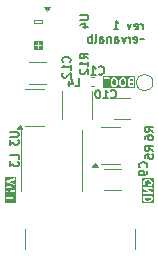
<source format=gbr>
%TF.GenerationSoftware,KiCad,Pcbnew,9.0.1*%
%TF.CreationDate,2025-07-17T15:45:22-04:00*%
%TF.ProjectId,flowstick_main_pcb,666c6f77-7374-4696-936b-5f6d61696e5f,rev?*%
%TF.SameCoordinates,Original*%
%TF.FileFunction,Legend,Bot*%
%TF.FilePolarity,Positive*%
%FSLAX46Y46*%
G04 Gerber Fmt 4.6, Leading zero omitted, Abs format (unit mm)*
G04 Created by KiCad (PCBNEW 9.0.1) date 2025-07-17 15:45:22*
%MOMM*%
%LPD*%
G01*
G04 APERTURE LIST*
%ADD10C,0.140000*%
%ADD11C,0.120000*%
G04 APERTURE END LIST*
D10*
G36*
X156046553Y-92929868D02*
G01*
X156022037Y-93003415D01*
X155975089Y-93050364D01*
X155925454Y-93075181D01*
X155807936Y-93104561D01*
X155725170Y-93104561D01*
X155607652Y-93075181D01*
X155558017Y-93050364D01*
X155511068Y-93003416D01*
X155486553Y-92929868D01*
X155486553Y-92844561D01*
X156046553Y-92844561D01*
X156046553Y-92929868D01*
G37*
G36*
X156264331Y-93322339D02*
G01*
X155268775Y-93322339D01*
X155268775Y-92774561D01*
X155346553Y-92774561D01*
X155346553Y-92941228D01*
X155348741Y-92952232D01*
X155350145Y-92963364D01*
X155383478Y-93063364D01*
X155385214Y-93066409D01*
X155385214Y-93068016D01*
X155391446Y-93077342D01*
X155397004Y-93087092D01*
X155398441Y-93087810D01*
X155400389Y-93090725D01*
X155467055Y-93157392D01*
X155476381Y-93163623D01*
X155485248Y-93170505D01*
X155551916Y-93203838D01*
X155559309Y-93205862D01*
X155566243Y-93209138D01*
X155699575Y-93242471D01*
X155708141Y-93242888D01*
X155716553Y-93244561D01*
X155816553Y-93244561D01*
X155824964Y-93242887D01*
X155833530Y-93242471D01*
X155966863Y-93209138D01*
X155973795Y-93205863D01*
X155981191Y-93203838D01*
X156047858Y-93170505D01*
X156056728Y-93163620D01*
X156066050Y-93157392D01*
X156132717Y-93090726D01*
X156134665Y-93087810D01*
X156136102Y-93087092D01*
X156141657Y-93077345D01*
X156147892Y-93068016D01*
X156147892Y-93066409D01*
X156149628Y-93063364D01*
X156182961Y-92963364D01*
X156184364Y-92952232D01*
X156186553Y-92941228D01*
X156186553Y-92774561D01*
X156181225Y-92747773D01*
X156143341Y-92709889D01*
X156116553Y-92704561D01*
X155416553Y-92704561D01*
X155389765Y-92709889D01*
X155351881Y-92747773D01*
X155346553Y-92774561D01*
X155268775Y-92774561D01*
X155268775Y-92032400D01*
X155347111Y-92032400D01*
X155351881Y-92049889D01*
X155351881Y-92068016D01*
X155358678Y-92074813D01*
X155361208Y-92084088D01*
X155381823Y-92102005D01*
X155852963Y-92371228D01*
X155416553Y-92371228D01*
X155389765Y-92376556D01*
X155351881Y-92414440D01*
X155351881Y-92468016D01*
X155389765Y-92505900D01*
X155416553Y-92511228D01*
X156116553Y-92511228D01*
X156143341Y-92505900D01*
X156150138Y-92499102D01*
X156159414Y-92496573D01*
X156168408Y-92480832D01*
X156181225Y-92468016D01*
X156181225Y-92458403D01*
X156185995Y-92450056D01*
X156181225Y-92432566D01*
X156181225Y-92414440D01*
X156174427Y-92407642D01*
X156171898Y-92398368D01*
X156151283Y-92380451D01*
X155680143Y-92111228D01*
X156116553Y-92111228D01*
X156143341Y-92105900D01*
X156181225Y-92068016D01*
X156181225Y-92014440D01*
X156143341Y-91976556D01*
X156116553Y-91971228D01*
X155416553Y-91971228D01*
X155389765Y-91976556D01*
X155382967Y-91983353D01*
X155373693Y-91985883D01*
X155364698Y-92001622D01*
X155351881Y-92014440D01*
X155351881Y-92024052D01*
X155347111Y-92032400D01*
X155268775Y-92032400D01*
X155268775Y-91541228D01*
X155346553Y-91541228D01*
X155346553Y-91641228D01*
X155347236Y-91644666D01*
X155346729Y-91646190D01*
X155349691Y-91657008D01*
X155351881Y-91668016D01*
X155353017Y-91669152D01*
X155353943Y-91672533D01*
X155387276Y-91739200D01*
X155404021Y-91760777D01*
X155454848Y-91777720D01*
X155502768Y-91753760D01*
X155519710Y-91702933D01*
X155512496Y-91676591D01*
X155486553Y-91624703D01*
X155486553Y-91552587D01*
X155511068Y-91479040D01*
X155558017Y-91432091D01*
X155607653Y-91407273D01*
X155725170Y-91377895D01*
X155807936Y-91377895D01*
X155925453Y-91407274D01*
X155975088Y-91432092D01*
X156022037Y-91479040D01*
X156046553Y-91552587D01*
X156046553Y-91596535D01*
X156022037Y-91670082D01*
X156020892Y-91671228D01*
X155886553Y-91671228D01*
X155886553Y-91607895D01*
X155881225Y-91581107D01*
X155843341Y-91543223D01*
X155789765Y-91543223D01*
X155751881Y-91581107D01*
X155746553Y-91607895D01*
X155746553Y-91741228D01*
X155751881Y-91768015D01*
X155751881Y-91768016D01*
X155789765Y-91805900D01*
X155816553Y-91811228D01*
X156049886Y-91811228D01*
X156076674Y-91805900D01*
X156076676Y-91805897D01*
X156099383Y-91790726D01*
X156132717Y-91757393D01*
X156134665Y-91754477D01*
X156136102Y-91753759D01*
X156141655Y-91744016D01*
X156147892Y-91734684D01*
X156147892Y-91733076D01*
X156149628Y-91730031D01*
X156182961Y-91630031D01*
X156184364Y-91618899D01*
X156186553Y-91607895D01*
X156186553Y-91541228D01*
X156184364Y-91530223D01*
X156182961Y-91519092D01*
X156149628Y-91419092D01*
X156147892Y-91416046D01*
X156147892Y-91414440D01*
X156141657Y-91405110D01*
X156136102Y-91395364D01*
X156134665Y-91394645D01*
X156132717Y-91391730D01*
X156066050Y-91325064D01*
X156056719Y-91318829D01*
X156047858Y-91311952D01*
X155981191Y-91278618D01*
X155973794Y-91276592D01*
X155966863Y-91273318D01*
X155833530Y-91239985D01*
X155824964Y-91239568D01*
X155816553Y-91237895D01*
X155716553Y-91237895D01*
X155708141Y-91239567D01*
X155699575Y-91239985D01*
X155566243Y-91273318D01*
X155559312Y-91276592D01*
X155551914Y-91278618D01*
X155485248Y-91311952D01*
X155476384Y-91318831D01*
X155467056Y-91325064D01*
X155400389Y-91391730D01*
X155398440Y-91394645D01*
X155397004Y-91395364D01*
X155391450Y-91405106D01*
X155385214Y-91414439D01*
X155385214Y-91416046D01*
X155383478Y-91419092D01*
X155350145Y-91519092D01*
X155348741Y-91530223D01*
X155346553Y-91541228D01*
X155268775Y-91541228D01*
X155268775Y-91160117D01*
X156264331Y-91160117D01*
X156264331Y-93322339D01*
G37*
G36*
X152999764Y-82797916D02*
G01*
X153044687Y-82842840D01*
X153071228Y-82949002D01*
X153071228Y-83165103D01*
X153044687Y-83271265D01*
X152999764Y-83316189D01*
X152958037Y-83337053D01*
X152857753Y-83337053D01*
X152816026Y-83316189D01*
X152771102Y-83271266D01*
X152744562Y-83165103D01*
X152744562Y-82949003D01*
X152771102Y-82842839D01*
X152816026Y-82797916D01*
X152857753Y-82777053D01*
X152958037Y-82777053D01*
X152999764Y-82797916D01*
G37*
G36*
X153733097Y-82797916D02*
G01*
X153778020Y-82842840D01*
X153804561Y-82949002D01*
X153804561Y-83165103D01*
X153778020Y-83271265D01*
X153733097Y-83316189D01*
X153691370Y-83337053D01*
X153591086Y-83337053D01*
X153549359Y-83316189D01*
X153504435Y-83271266D01*
X153477895Y-83165103D01*
X153477895Y-82949003D01*
X153504435Y-82842839D01*
X153549359Y-82797916D01*
X153591086Y-82777053D01*
X153691370Y-82777053D01*
X153733097Y-82797916D01*
G37*
G36*
X154471228Y-83337053D02*
G01*
X154291086Y-83337053D01*
X154249359Y-83316189D01*
X154232091Y-83298922D01*
X154211228Y-83257195D01*
X154211228Y-83190244D01*
X154232090Y-83148519D01*
X154245707Y-83134902D01*
X154319255Y-83110386D01*
X154471228Y-83110386D01*
X154471228Y-83337053D01*
G37*
G36*
X154471228Y-82970386D02*
G01*
X154324420Y-82970386D01*
X154282690Y-82949521D01*
X154265426Y-82932257D01*
X154244561Y-82890527D01*
X154244561Y-82856912D01*
X154265424Y-82815185D01*
X154282693Y-82797915D01*
X154324420Y-82777053D01*
X154471228Y-82777053D01*
X154471228Y-82970386D01*
G37*
G36*
X154689006Y-83554831D02*
G01*
X151932112Y-83554831D01*
X151932112Y-82680265D01*
X152009890Y-82680265D01*
X152009890Y-82733841D01*
X152047774Y-82771725D01*
X152074562Y-82777053D01*
X152204562Y-82777053D01*
X152204562Y-83407053D01*
X152209890Y-83433841D01*
X152247774Y-83471725D01*
X152301350Y-83471725D01*
X152339234Y-83433841D01*
X152344562Y-83407053D01*
X152344562Y-82940386D01*
X152604562Y-82940386D01*
X152604562Y-83173720D01*
X152606235Y-83182131D01*
X152606652Y-83190697D01*
X152639985Y-83324030D01*
X152643223Y-83330884D01*
X152643223Y-83333841D01*
X152647987Y-83340971D01*
X152651651Y-83348726D01*
X152654186Y-83350247D01*
X152658398Y-83356550D01*
X152725064Y-83423217D01*
X152734393Y-83429451D01*
X152743257Y-83436330D01*
X152809923Y-83469663D01*
X152813303Y-83470588D01*
X152814440Y-83471725D01*
X152825447Y-83473914D01*
X152836266Y-83476877D01*
X152837789Y-83476369D01*
X152841228Y-83477053D01*
X152974562Y-83477053D01*
X152978000Y-83476369D01*
X152979524Y-83476877D01*
X152990342Y-83473914D01*
X153001350Y-83471725D01*
X153002486Y-83470588D01*
X153005867Y-83469663D01*
X153072533Y-83436330D01*
X153081399Y-83429448D01*
X153090725Y-83423217D01*
X153157392Y-83356551D01*
X153161604Y-83350246D01*
X153164139Y-83348726D01*
X153167801Y-83340972D01*
X153172567Y-83333841D01*
X153172567Y-83330884D01*
X153175805Y-83324030D01*
X153209138Y-83190698D01*
X153209555Y-83182131D01*
X153211228Y-83173720D01*
X153211228Y-82940386D01*
X153337895Y-82940386D01*
X153337895Y-83173720D01*
X153339568Y-83182131D01*
X153339985Y-83190697D01*
X153373318Y-83324030D01*
X153376556Y-83330884D01*
X153376556Y-83333841D01*
X153381320Y-83340971D01*
X153384984Y-83348726D01*
X153387519Y-83350247D01*
X153391731Y-83356550D01*
X153458397Y-83423217D01*
X153467726Y-83429451D01*
X153476590Y-83436330D01*
X153543256Y-83469663D01*
X153546636Y-83470588D01*
X153547773Y-83471725D01*
X153558780Y-83473914D01*
X153569599Y-83476877D01*
X153571122Y-83476369D01*
X153574561Y-83477053D01*
X153707895Y-83477053D01*
X153711333Y-83476369D01*
X153712857Y-83476877D01*
X153723675Y-83473914D01*
X153734683Y-83471725D01*
X153735819Y-83470588D01*
X153739200Y-83469663D01*
X153805866Y-83436330D01*
X153814732Y-83429448D01*
X153824058Y-83423217D01*
X153890725Y-83356551D01*
X153894937Y-83350246D01*
X153897472Y-83348726D01*
X153901134Y-83340972D01*
X153905900Y-83333841D01*
X153905900Y-83330884D01*
X153909138Y-83324030D01*
X153942471Y-83190698D01*
X153942888Y-83182131D01*
X153944561Y-83173720D01*
X154071228Y-83173720D01*
X154071228Y-83273720D01*
X154071911Y-83277158D01*
X154071404Y-83278682D01*
X154074366Y-83289500D01*
X154076556Y-83300508D01*
X154077692Y-83301644D01*
X154078618Y-83305025D01*
X154111951Y-83371691D01*
X154118832Y-83380557D01*
X154125064Y-83389883D01*
X154158397Y-83423217D01*
X154167726Y-83429451D01*
X154176590Y-83436330D01*
X154243256Y-83469663D01*
X154246636Y-83470588D01*
X154247773Y-83471725D01*
X154258780Y-83473914D01*
X154269599Y-83476877D01*
X154271122Y-83476369D01*
X154274561Y-83477053D01*
X154541228Y-83477053D01*
X154568016Y-83471725D01*
X154605900Y-83433841D01*
X154611228Y-83407053D01*
X154611228Y-82707053D01*
X154605900Y-82680265D01*
X154568016Y-82642381D01*
X154541228Y-82637053D01*
X154307895Y-82637053D01*
X154304456Y-82637736D01*
X154302933Y-82637229D01*
X154292115Y-82640191D01*
X154281107Y-82642381D01*
X154279970Y-82643517D01*
X154276591Y-82644443D01*
X154209923Y-82677776D01*
X154201058Y-82684655D01*
X154191730Y-82690889D01*
X154158397Y-82724223D01*
X154152164Y-82733551D01*
X154145285Y-82742415D01*
X154111951Y-82809080D01*
X154111024Y-82812462D01*
X154109889Y-82813598D01*
X154107700Y-82824601D01*
X154104737Y-82835423D01*
X154105244Y-82836947D01*
X154104561Y-82840386D01*
X154104561Y-82907053D01*
X154105244Y-82910491D01*
X154104737Y-82912016D01*
X154107700Y-82922836D01*
X154109889Y-82933841D01*
X154111025Y-82934977D01*
X154111951Y-82938358D01*
X154145285Y-83005025D01*
X154152166Y-83013891D01*
X154158398Y-83023217D01*
X154159000Y-83023819D01*
X154158398Y-83024222D01*
X154125064Y-83057555D01*
X154118830Y-83066883D01*
X154111951Y-83075748D01*
X154078618Y-83142415D01*
X154077692Y-83145795D01*
X154076556Y-83146932D01*
X154074366Y-83157939D01*
X154071404Y-83168758D01*
X154071911Y-83170281D01*
X154071228Y-83173720D01*
X153944561Y-83173720D01*
X153944561Y-82940386D01*
X153942888Y-82931974D01*
X153942471Y-82923408D01*
X153909138Y-82790076D01*
X153905900Y-82783221D01*
X153905900Y-82780265D01*
X153901134Y-82773133D01*
X153897472Y-82765380D01*
X153894937Y-82763859D01*
X153890725Y-82757555D01*
X153824058Y-82690889D01*
X153814732Y-82684657D01*
X153805866Y-82677776D01*
X153739200Y-82644443D01*
X153735819Y-82643517D01*
X153734683Y-82642381D01*
X153723675Y-82640191D01*
X153712857Y-82637229D01*
X153711333Y-82637736D01*
X153707895Y-82637053D01*
X153574561Y-82637053D01*
X153571122Y-82637736D01*
X153569599Y-82637229D01*
X153558780Y-82640191D01*
X153547773Y-82642381D01*
X153546636Y-82643517D01*
X153543256Y-82644443D01*
X153476590Y-82677776D01*
X153467726Y-82684654D01*
X153458397Y-82690889D01*
X153391731Y-82757556D01*
X153387519Y-82763858D01*
X153384984Y-82765380D01*
X153381320Y-82773134D01*
X153376556Y-82780265D01*
X153376556Y-82783221D01*
X153373318Y-82790076D01*
X153339985Y-82923409D01*
X153339568Y-82931974D01*
X153337895Y-82940386D01*
X153211228Y-82940386D01*
X153209555Y-82931974D01*
X153209138Y-82923408D01*
X153175805Y-82790076D01*
X153172567Y-82783221D01*
X153172567Y-82780265D01*
X153167801Y-82773133D01*
X153164139Y-82765380D01*
X153161604Y-82763859D01*
X153157392Y-82757555D01*
X153090725Y-82690889D01*
X153081399Y-82684657D01*
X153072533Y-82677776D01*
X153005867Y-82644443D01*
X153002486Y-82643517D01*
X153001350Y-82642381D01*
X152990342Y-82640191D01*
X152979524Y-82637229D01*
X152978000Y-82637736D01*
X152974562Y-82637053D01*
X152841228Y-82637053D01*
X152837789Y-82637736D01*
X152836266Y-82637229D01*
X152825447Y-82640191D01*
X152814440Y-82642381D01*
X152813303Y-82643517D01*
X152809923Y-82644443D01*
X152743257Y-82677776D01*
X152734393Y-82684654D01*
X152725064Y-82690889D01*
X152658398Y-82757556D01*
X152654186Y-82763858D01*
X152651651Y-82765380D01*
X152647987Y-82773134D01*
X152643223Y-82780265D01*
X152643223Y-82783221D01*
X152639985Y-82790076D01*
X152606652Y-82923409D01*
X152606235Y-82931974D01*
X152604562Y-82940386D01*
X152344562Y-82940386D01*
X152344562Y-82777053D01*
X152474562Y-82777053D01*
X152501350Y-82771725D01*
X152539234Y-82733841D01*
X152539234Y-82680265D01*
X152501350Y-82642381D01*
X152474562Y-82637053D01*
X152074562Y-82637053D01*
X152047774Y-82642381D01*
X152009890Y-82680265D01*
X151932112Y-82680265D01*
X151932112Y-82559275D01*
X154689006Y-82559275D01*
X154689006Y-83554831D01*
G37*
G36*
X144631224Y-93283678D02*
G01*
X143635668Y-93283678D01*
X143635668Y-92847773D01*
X143718774Y-92847773D01*
X143718774Y-92901349D01*
X143756658Y-92939233D01*
X143783446Y-92944561D01*
X143980113Y-92944561D01*
X143980113Y-93141228D01*
X143985441Y-93168016D01*
X144023325Y-93205900D01*
X144076901Y-93205900D01*
X144114785Y-93168016D01*
X144120113Y-93141228D01*
X144120113Y-92944561D01*
X144316780Y-92944561D01*
X144343568Y-92939233D01*
X144381452Y-92901349D01*
X144381452Y-92847773D01*
X144343568Y-92809889D01*
X144316780Y-92804561D01*
X144120113Y-92804561D01*
X144120113Y-92607895D01*
X144114785Y-92581107D01*
X144076901Y-92543223D01*
X144023325Y-92543223D01*
X143985441Y-92581107D01*
X143980113Y-92607895D01*
X143980113Y-92804561D01*
X143783446Y-92804561D01*
X143756658Y-92809889D01*
X143718774Y-92847773D01*
X143635668Y-92847773D01*
X143635668Y-92041228D01*
X143713446Y-92041228D01*
X143713446Y-92207894D01*
X143714129Y-92211332D01*
X143713622Y-92212857D01*
X143716585Y-92223677D01*
X143718774Y-92234682D01*
X143719910Y-92235818D01*
X143720836Y-92239199D01*
X143754170Y-92305866D01*
X143761051Y-92314732D01*
X143767283Y-92324058D01*
X143800616Y-92357391D01*
X143823325Y-92372566D01*
X143876901Y-92372566D01*
X143914785Y-92334682D01*
X143914785Y-92281106D01*
X143899610Y-92258397D01*
X143874311Y-92233098D01*
X143853446Y-92191368D01*
X143853446Y-92057753D01*
X143874311Y-92016023D01*
X143891576Y-91998758D01*
X143933305Y-91977894D01*
X144066921Y-91977894D01*
X144108650Y-91998759D01*
X144125915Y-92016024D01*
X144146780Y-92057753D01*
X144146780Y-92191368D01*
X144125915Y-92233097D01*
X144100616Y-92258397D01*
X144085441Y-92281106D01*
X144085441Y-92284807D01*
X144083096Y-92287674D01*
X144085441Y-92311124D01*
X144085441Y-92334682D01*
X144088058Y-92337299D01*
X144088427Y-92340984D01*
X144106665Y-92355906D01*
X144123325Y-92372566D01*
X144127027Y-92372566D01*
X144129893Y-92374911D01*
X144157078Y-92377547D01*
X144490411Y-92344214D01*
X144506744Y-92339233D01*
X144510234Y-92339233D01*
X144511765Y-92337701D01*
X144516536Y-92336247D01*
X144531456Y-92318010D01*
X144548118Y-92301349D01*
X144549091Y-92296456D01*
X144550462Y-92294781D01*
X144550114Y-92291309D01*
X144553446Y-92274561D01*
X144553446Y-91941228D01*
X144548118Y-91914440D01*
X144510234Y-91876556D01*
X144456658Y-91876556D01*
X144418774Y-91914440D01*
X144413446Y-91941228D01*
X144413446Y-92211211D01*
X144283536Y-92224202D01*
X144283640Y-92223678D01*
X144286604Y-92212857D01*
X144286096Y-92211332D01*
X144286780Y-92207894D01*
X144286780Y-92041228D01*
X144286096Y-92037789D01*
X144286604Y-92036265D01*
X144283640Y-92025443D01*
X144281452Y-92014440D01*
X144280316Y-92013304D01*
X144279390Y-92009922D01*
X144246056Y-91943256D01*
X144239174Y-91934389D01*
X144232943Y-91925064D01*
X144199610Y-91891731D01*
X144190284Y-91885499D01*
X144181418Y-91878618D01*
X144114751Y-91845284D01*
X144111370Y-91844358D01*
X144110234Y-91843222D01*
X144099229Y-91841033D01*
X144088409Y-91838070D01*
X144086884Y-91838577D01*
X144083446Y-91837894D01*
X143916780Y-91837894D01*
X143913341Y-91838577D01*
X143911817Y-91838070D01*
X143900995Y-91841033D01*
X143889992Y-91843222D01*
X143888856Y-91844357D01*
X143885474Y-91845284D01*
X143818808Y-91878618D01*
X143809941Y-91885499D01*
X143800616Y-91891731D01*
X143767283Y-91925064D01*
X143761051Y-91934389D01*
X143754170Y-91943256D01*
X143720836Y-92009923D01*
X143719910Y-92013303D01*
X143718774Y-92014440D01*
X143716585Y-92025444D01*
X143713622Y-92036265D01*
X143714129Y-92037789D01*
X143713446Y-92041228D01*
X143635668Y-92041228D01*
X143635668Y-91469599D01*
X143713622Y-91469599D01*
X143715276Y-91474561D01*
X143713622Y-91479523D01*
X143723546Y-91499371D01*
X143730564Y-91520425D01*
X143735242Y-91522764D01*
X143737582Y-91527443D01*
X143761310Y-91540969D01*
X144461310Y-91774302D01*
X144488409Y-91777718D01*
X144536328Y-91753758D01*
X144553271Y-91702932D01*
X144529311Y-91655012D01*
X144505582Y-91641486D01*
X144004805Y-91474560D01*
X144505582Y-91307635D01*
X144529310Y-91294109D01*
X144553270Y-91246189D01*
X144536328Y-91195363D01*
X144488408Y-91171403D01*
X144461310Y-91174819D01*
X143761310Y-91408153D01*
X143737582Y-91421679D01*
X143735242Y-91426357D01*
X143730564Y-91428697D01*
X143723546Y-91449751D01*
X143713622Y-91469599D01*
X143635668Y-91469599D01*
X143635668Y-91093625D01*
X144631224Y-91093625D01*
X144631224Y-93283678D01*
G37*
X155341228Y-78580092D02*
X155341228Y-78113425D01*
X155341228Y-78246759D02*
X155307895Y-78180092D01*
X155307895Y-78180092D02*
X155274561Y-78146759D01*
X155274561Y-78146759D02*
X155207895Y-78113425D01*
X155207895Y-78113425D02*
X155141228Y-78113425D01*
X154641228Y-78546759D02*
X154707895Y-78580092D01*
X154707895Y-78580092D02*
X154841228Y-78580092D01*
X154841228Y-78580092D02*
X154907895Y-78546759D01*
X154907895Y-78546759D02*
X154941228Y-78480092D01*
X154941228Y-78480092D02*
X154941228Y-78213425D01*
X154941228Y-78213425D02*
X154907895Y-78146759D01*
X154907895Y-78146759D02*
X154841228Y-78113425D01*
X154841228Y-78113425D02*
X154707895Y-78113425D01*
X154707895Y-78113425D02*
X154641228Y-78146759D01*
X154641228Y-78146759D02*
X154607895Y-78213425D01*
X154607895Y-78213425D02*
X154607895Y-78280092D01*
X154607895Y-78280092D02*
X154941228Y-78346759D01*
X154374562Y-78113425D02*
X154207895Y-78580092D01*
X154207895Y-78580092D02*
X154041228Y-78113425D01*
X152874562Y-78580092D02*
X153274562Y-78580092D01*
X153074562Y-78580092D02*
X153074562Y-77880092D01*
X153074562Y-77880092D02*
X153141229Y-77980092D01*
X153141229Y-77980092D02*
X153207896Y-78046759D01*
X153207896Y-78046759D02*
X153274562Y-78080092D01*
X155441228Y-79440386D02*
X155407895Y-79407053D01*
X155407895Y-79407053D02*
X155341228Y-79373720D01*
X155341228Y-79373720D02*
X155207895Y-79440386D01*
X155207895Y-79440386D02*
X155141228Y-79407053D01*
X155141228Y-79407053D02*
X155107895Y-79373720D01*
X154574561Y-79673720D02*
X154641228Y-79707053D01*
X154641228Y-79707053D02*
X154774561Y-79707053D01*
X154774561Y-79707053D02*
X154841228Y-79673720D01*
X154841228Y-79673720D02*
X154874561Y-79607053D01*
X154874561Y-79607053D02*
X154874561Y-79340386D01*
X154874561Y-79340386D02*
X154841228Y-79273720D01*
X154841228Y-79273720D02*
X154774561Y-79240386D01*
X154774561Y-79240386D02*
X154641228Y-79240386D01*
X154641228Y-79240386D02*
X154574561Y-79273720D01*
X154574561Y-79273720D02*
X154541228Y-79340386D01*
X154541228Y-79340386D02*
X154541228Y-79407053D01*
X154541228Y-79407053D02*
X154874561Y-79473720D01*
X154241228Y-79707053D02*
X154241228Y-79240386D01*
X154241228Y-79373720D02*
X154207895Y-79307053D01*
X154207895Y-79307053D02*
X154174561Y-79273720D01*
X154174561Y-79273720D02*
X154107895Y-79240386D01*
X154107895Y-79240386D02*
X154041228Y-79240386D01*
X153874562Y-79240386D02*
X153707895Y-79707053D01*
X153707895Y-79707053D02*
X153541228Y-79240386D01*
X152974562Y-79707053D02*
X152974562Y-79340386D01*
X152974562Y-79340386D02*
X153007895Y-79273720D01*
X153007895Y-79273720D02*
X153074562Y-79240386D01*
X153074562Y-79240386D02*
X153207895Y-79240386D01*
X153207895Y-79240386D02*
X153274562Y-79273720D01*
X152974562Y-79673720D02*
X153041229Y-79707053D01*
X153041229Y-79707053D02*
X153207895Y-79707053D01*
X153207895Y-79707053D02*
X153274562Y-79673720D01*
X153274562Y-79673720D02*
X153307895Y-79607053D01*
X153307895Y-79607053D02*
X153307895Y-79540386D01*
X153307895Y-79540386D02*
X153274562Y-79473720D01*
X153274562Y-79473720D02*
X153207895Y-79440386D01*
X153207895Y-79440386D02*
X153041229Y-79440386D01*
X153041229Y-79440386D02*
X152974562Y-79407053D01*
X152641229Y-79240386D02*
X152641229Y-79707053D01*
X152641229Y-79307053D02*
X152607896Y-79273720D01*
X152607896Y-79273720D02*
X152541229Y-79240386D01*
X152541229Y-79240386D02*
X152441229Y-79240386D01*
X152441229Y-79240386D02*
X152374562Y-79273720D01*
X152374562Y-79273720D02*
X152341229Y-79340386D01*
X152341229Y-79340386D02*
X152341229Y-79707053D01*
X151707896Y-79707053D02*
X151707896Y-79340386D01*
X151707896Y-79340386D02*
X151741229Y-79273720D01*
X151741229Y-79273720D02*
X151807896Y-79240386D01*
X151807896Y-79240386D02*
X151941229Y-79240386D01*
X151941229Y-79240386D02*
X152007896Y-79273720D01*
X151707896Y-79673720D02*
X151774563Y-79707053D01*
X151774563Y-79707053D02*
X151941229Y-79707053D01*
X151941229Y-79707053D02*
X152007896Y-79673720D01*
X152007896Y-79673720D02*
X152041229Y-79607053D01*
X152041229Y-79607053D02*
X152041229Y-79540386D01*
X152041229Y-79540386D02*
X152007896Y-79473720D01*
X152007896Y-79473720D02*
X151941229Y-79440386D01*
X151941229Y-79440386D02*
X151774563Y-79440386D01*
X151774563Y-79440386D02*
X151707896Y-79407053D01*
X151274563Y-79707053D02*
X151341230Y-79673720D01*
X151341230Y-79673720D02*
X151374563Y-79607053D01*
X151374563Y-79607053D02*
X151374563Y-79007053D01*
X151007896Y-79707053D02*
X151007896Y-79007053D01*
X151007896Y-79273720D02*
X150941229Y-79240386D01*
X150941229Y-79240386D02*
X150807896Y-79240386D01*
X150807896Y-79240386D02*
X150741229Y-79273720D01*
X150741229Y-79273720D02*
X150707896Y-79307053D01*
X150707896Y-79307053D02*
X150674563Y-79373720D01*
X150674563Y-79373720D02*
X150674563Y-79573720D01*
X150674563Y-79573720D02*
X150707896Y-79640386D01*
X150707896Y-79640386D02*
X150741229Y-79673720D01*
X150741229Y-79673720D02*
X150807896Y-79707053D01*
X150807896Y-79707053D02*
X150941229Y-79707053D01*
X150941229Y-79707053D02*
X151007896Y-79673720D01*
X151616666Y-82349886D02*
X151649999Y-82383220D01*
X151649999Y-82383220D02*
X151749999Y-82416553D01*
X151749999Y-82416553D02*
X151816666Y-82416553D01*
X151816666Y-82416553D02*
X151916666Y-82383220D01*
X151916666Y-82383220D02*
X151983333Y-82316553D01*
X151983333Y-82316553D02*
X152016666Y-82249886D01*
X152016666Y-82249886D02*
X152049999Y-82116553D01*
X152049999Y-82116553D02*
X152049999Y-82016553D01*
X152049999Y-82016553D02*
X152016666Y-81883220D01*
X152016666Y-81883220D02*
X151983333Y-81816553D01*
X151983333Y-81816553D02*
X151916666Y-81749886D01*
X151916666Y-81749886D02*
X151816666Y-81716553D01*
X151816666Y-81716553D02*
X151749999Y-81716553D01*
X151749999Y-81716553D02*
X151649999Y-81749886D01*
X151649999Y-81749886D02*
X151616666Y-81783220D01*
X150949999Y-82416553D02*
X151349999Y-82416553D01*
X151149999Y-82416553D02*
X151149999Y-81716553D01*
X151149999Y-81716553D02*
X151216666Y-81816553D01*
X151216666Y-81816553D02*
X151283333Y-81883220D01*
X151283333Y-81883220D02*
X151349999Y-81916553D01*
G36*
X146909117Y-80359230D02*
G01*
X146090883Y-80359230D01*
X146090883Y-79923325D01*
X146168661Y-79923325D01*
X146168661Y-79976901D01*
X146206545Y-80014785D01*
X146233333Y-80020113D01*
X146430000Y-80020113D01*
X146430000Y-80216780D01*
X146435328Y-80243568D01*
X146473212Y-80281452D01*
X146526788Y-80281452D01*
X146564672Y-80243568D01*
X146570000Y-80216780D01*
X146570000Y-80020113D01*
X146766667Y-80020113D01*
X146793455Y-80014785D01*
X146831339Y-79976901D01*
X146831339Y-79923325D01*
X146793455Y-79885441D01*
X146766667Y-79880113D01*
X146570000Y-79880113D01*
X146570000Y-79683446D01*
X146564672Y-79656658D01*
X146526788Y-79618774D01*
X146473212Y-79618774D01*
X146435328Y-79656658D01*
X146430000Y-79683446D01*
X146430000Y-79880113D01*
X146233333Y-79880113D01*
X146206545Y-79885441D01*
X146168661Y-79923325D01*
X146090883Y-79923325D01*
X146090883Y-79540996D01*
X146909117Y-79540996D01*
X146909117Y-80359230D01*
G37*
G36*
X146909117Y-78097891D02*
G01*
X146090883Y-78097891D01*
X146090883Y-77923325D01*
X146168661Y-77923325D01*
X146168661Y-77976901D01*
X146206545Y-78014785D01*
X146233333Y-78020113D01*
X146766667Y-78020113D01*
X146793455Y-78014785D01*
X146831339Y-77976901D01*
X146831339Y-77923325D01*
X146793455Y-77885441D01*
X146766667Y-77880113D01*
X146233333Y-77880113D01*
X146206545Y-77885441D01*
X146168661Y-77923325D01*
X146090883Y-77923325D01*
X146090883Y-77802335D01*
X146909117Y-77802335D01*
X146909117Y-78097891D01*
G37*
X144116553Y-87266666D02*
X144683220Y-87266666D01*
X144683220Y-87266666D02*
X144749886Y-87300000D01*
X144749886Y-87300000D02*
X144783220Y-87333333D01*
X144783220Y-87333333D02*
X144816553Y-87400000D01*
X144816553Y-87400000D02*
X144816553Y-87533333D01*
X144816553Y-87533333D02*
X144783220Y-87600000D01*
X144783220Y-87600000D02*
X144749886Y-87633333D01*
X144749886Y-87633333D02*
X144683220Y-87666666D01*
X144683220Y-87666666D02*
X144116553Y-87666666D01*
X144116553Y-87933333D02*
X144116553Y-88366666D01*
X144116553Y-88366666D02*
X144383220Y-88133333D01*
X144383220Y-88133333D02*
X144383220Y-88233333D01*
X144383220Y-88233333D02*
X144416553Y-88299999D01*
X144416553Y-88299999D02*
X144449886Y-88333333D01*
X144449886Y-88333333D02*
X144516553Y-88366666D01*
X144516553Y-88366666D02*
X144683220Y-88366666D01*
X144683220Y-88366666D02*
X144749886Y-88333333D01*
X144749886Y-88333333D02*
X144783220Y-88299999D01*
X144783220Y-88299999D02*
X144816553Y-88233333D01*
X144816553Y-88233333D02*
X144816553Y-88033333D01*
X144816553Y-88033333D02*
X144783220Y-87966666D01*
X144783220Y-87966666D02*
X144749886Y-87933333D01*
X144816553Y-89583333D02*
X144816553Y-89249999D01*
X144816553Y-89249999D02*
X144116553Y-89249999D01*
X144116553Y-89750000D02*
X144116553Y-90183333D01*
X144116553Y-90183333D02*
X144383220Y-89950000D01*
X144383220Y-89950000D02*
X144383220Y-90050000D01*
X144383220Y-90050000D02*
X144416553Y-90116666D01*
X144416553Y-90116666D02*
X144449886Y-90150000D01*
X144449886Y-90150000D02*
X144516553Y-90183333D01*
X144516553Y-90183333D02*
X144683220Y-90183333D01*
X144683220Y-90183333D02*
X144749886Y-90150000D01*
X144749886Y-90150000D02*
X144783220Y-90116666D01*
X144783220Y-90116666D02*
X144816553Y-90050000D01*
X144816553Y-90050000D02*
X144816553Y-89850000D01*
X144816553Y-89850000D02*
X144783220Y-89783333D01*
X144783220Y-89783333D02*
X144749886Y-89750000D01*
X156216553Y-87283333D02*
X155883220Y-87050000D01*
X156216553Y-86883333D02*
X155516553Y-86883333D01*
X155516553Y-86883333D02*
X155516553Y-87150000D01*
X155516553Y-87150000D02*
X155549886Y-87216667D01*
X155549886Y-87216667D02*
X155583220Y-87250000D01*
X155583220Y-87250000D02*
X155649886Y-87283333D01*
X155649886Y-87283333D02*
X155749886Y-87283333D01*
X155749886Y-87283333D02*
X155816553Y-87250000D01*
X155816553Y-87250000D02*
X155849886Y-87216667D01*
X155849886Y-87216667D02*
X155883220Y-87150000D01*
X155883220Y-87150000D02*
X155883220Y-86883333D01*
X155516553Y-87883333D02*
X155516553Y-87750000D01*
X155516553Y-87750000D02*
X155549886Y-87683333D01*
X155549886Y-87683333D02*
X155583220Y-87650000D01*
X155583220Y-87650000D02*
X155683220Y-87583333D01*
X155683220Y-87583333D02*
X155816553Y-87550000D01*
X155816553Y-87550000D02*
X156083220Y-87550000D01*
X156083220Y-87550000D02*
X156149886Y-87583333D01*
X156149886Y-87583333D02*
X156183220Y-87616667D01*
X156183220Y-87616667D02*
X156216553Y-87683333D01*
X156216553Y-87683333D02*
X156216553Y-87816667D01*
X156216553Y-87816667D02*
X156183220Y-87883333D01*
X156183220Y-87883333D02*
X156149886Y-87916667D01*
X156149886Y-87916667D02*
X156083220Y-87950000D01*
X156083220Y-87950000D02*
X155916553Y-87950000D01*
X155916553Y-87950000D02*
X155849886Y-87916667D01*
X155849886Y-87916667D02*
X155816553Y-87883333D01*
X155816553Y-87883333D02*
X155783220Y-87816667D01*
X155783220Y-87816667D02*
X155783220Y-87683333D01*
X155783220Y-87683333D02*
X155816553Y-87616667D01*
X155816553Y-87616667D02*
X155849886Y-87583333D01*
X155849886Y-87583333D02*
X155916553Y-87550000D01*
X150716553Y-81049999D02*
X150383220Y-80816666D01*
X150716553Y-80649999D02*
X150016553Y-80649999D01*
X150016553Y-80649999D02*
X150016553Y-80916666D01*
X150016553Y-80916666D02*
X150049886Y-80983333D01*
X150049886Y-80983333D02*
X150083220Y-81016666D01*
X150083220Y-81016666D02*
X150149886Y-81049999D01*
X150149886Y-81049999D02*
X150249886Y-81049999D01*
X150249886Y-81049999D02*
X150316553Y-81016666D01*
X150316553Y-81016666D02*
X150349886Y-80983333D01*
X150349886Y-80983333D02*
X150383220Y-80916666D01*
X150383220Y-80916666D02*
X150383220Y-80649999D01*
X150716553Y-81716666D02*
X150716553Y-81316666D01*
X150716553Y-81516666D02*
X150016553Y-81516666D01*
X150016553Y-81516666D02*
X150116553Y-81449999D01*
X150116553Y-81449999D02*
X150183220Y-81383333D01*
X150183220Y-81383333D02*
X150216553Y-81316666D01*
X150083220Y-81983333D02*
X150049886Y-82016666D01*
X150049886Y-82016666D02*
X150016553Y-82083333D01*
X150016553Y-82083333D02*
X150016553Y-82250000D01*
X150016553Y-82250000D02*
X150049886Y-82316666D01*
X150049886Y-82316666D02*
X150083220Y-82350000D01*
X150083220Y-82350000D02*
X150149886Y-82383333D01*
X150149886Y-82383333D02*
X150216553Y-82383333D01*
X150216553Y-82383333D02*
X150316553Y-82350000D01*
X150316553Y-82350000D02*
X150716553Y-81950000D01*
X150716553Y-81950000D02*
X150716553Y-82383333D01*
X150016553Y-77366666D02*
X150583220Y-77366666D01*
X150583220Y-77366666D02*
X150649886Y-77400000D01*
X150649886Y-77400000D02*
X150683220Y-77433333D01*
X150683220Y-77433333D02*
X150716553Y-77500000D01*
X150716553Y-77500000D02*
X150716553Y-77633333D01*
X150716553Y-77633333D02*
X150683220Y-77700000D01*
X150683220Y-77700000D02*
X150649886Y-77733333D01*
X150649886Y-77733333D02*
X150583220Y-77766666D01*
X150583220Y-77766666D02*
X150016553Y-77766666D01*
X150249886Y-78399999D02*
X150716553Y-78399999D01*
X149983220Y-78233333D02*
X150483220Y-78066666D01*
X150483220Y-78066666D02*
X150483220Y-78499999D01*
X156216553Y-88883333D02*
X155883220Y-88650000D01*
X156216553Y-88483333D02*
X155516553Y-88483333D01*
X155516553Y-88483333D02*
X155516553Y-88750000D01*
X155516553Y-88750000D02*
X155549886Y-88816667D01*
X155549886Y-88816667D02*
X155583220Y-88850000D01*
X155583220Y-88850000D02*
X155649886Y-88883333D01*
X155649886Y-88883333D02*
X155749886Y-88883333D01*
X155749886Y-88883333D02*
X155816553Y-88850000D01*
X155816553Y-88850000D02*
X155849886Y-88816667D01*
X155849886Y-88816667D02*
X155883220Y-88750000D01*
X155883220Y-88750000D02*
X155883220Y-88483333D01*
X155516553Y-89516667D02*
X155516553Y-89183333D01*
X155516553Y-89183333D02*
X155849886Y-89150000D01*
X155849886Y-89150000D02*
X155816553Y-89183333D01*
X155816553Y-89183333D02*
X155783220Y-89250000D01*
X155783220Y-89250000D02*
X155783220Y-89416667D01*
X155783220Y-89416667D02*
X155816553Y-89483333D01*
X155816553Y-89483333D02*
X155849886Y-89516667D01*
X155849886Y-89516667D02*
X155916553Y-89550000D01*
X155916553Y-89550000D02*
X156083220Y-89550000D01*
X156083220Y-89550000D02*
X156149886Y-89516667D01*
X156149886Y-89516667D02*
X156183220Y-89483333D01*
X156183220Y-89483333D02*
X156216553Y-89416667D01*
X156216553Y-89416667D02*
X156216553Y-89250000D01*
X156216553Y-89250000D02*
X156183220Y-89183333D01*
X156183220Y-89183333D02*
X156149886Y-89150000D01*
X149616667Y-83416553D02*
X149950000Y-83416553D01*
X149950000Y-83416553D02*
X149950000Y-82716553D01*
X149083333Y-82949886D02*
X149083333Y-83416553D01*
X149250000Y-82683220D02*
X149416666Y-83183220D01*
X149416666Y-83183220D02*
X148983333Y-83183220D01*
X149149886Y-81349999D02*
X149183220Y-81316666D01*
X149183220Y-81316666D02*
X149216553Y-81216666D01*
X149216553Y-81216666D02*
X149216553Y-81149999D01*
X149216553Y-81149999D02*
X149183220Y-81049999D01*
X149183220Y-81049999D02*
X149116553Y-80983333D01*
X149116553Y-80983333D02*
X149049886Y-80949999D01*
X149049886Y-80949999D02*
X148916553Y-80916666D01*
X148916553Y-80916666D02*
X148816553Y-80916666D01*
X148816553Y-80916666D02*
X148683220Y-80949999D01*
X148683220Y-80949999D02*
X148616553Y-80983333D01*
X148616553Y-80983333D02*
X148549886Y-81049999D01*
X148549886Y-81049999D02*
X148516553Y-81149999D01*
X148516553Y-81149999D02*
X148516553Y-81216666D01*
X148516553Y-81216666D02*
X148549886Y-81316666D01*
X148549886Y-81316666D02*
X148583220Y-81349999D01*
X149216553Y-82016666D02*
X149216553Y-81616666D01*
X149216553Y-81816666D02*
X148516553Y-81816666D01*
X148516553Y-81816666D02*
X148616553Y-81749999D01*
X148616553Y-81749999D02*
X148683220Y-81683333D01*
X148683220Y-81683333D02*
X148716553Y-81616666D01*
X148583220Y-82283333D02*
X148549886Y-82316666D01*
X148549886Y-82316666D02*
X148516553Y-82383333D01*
X148516553Y-82383333D02*
X148516553Y-82550000D01*
X148516553Y-82550000D02*
X148549886Y-82616666D01*
X148549886Y-82616666D02*
X148583220Y-82650000D01*
X148583220Y-82650000D02*
X148649886Y-82683333D01*
X148649886Y-82683333D02*
X148716553Y-82683333D01*
X148716553Y-82683333D02*
X148816553Y-82650000D01*
X148816553Y-82650000D02*
X149216553Y-82250000D01*
X149216553Y-82250000D02*
X149216553Y-82683333D01*
X152650000Y-84349886D02*
X152683333Y-84383220D01*
X152683333Y-84383220D02*
X152783333Y-84416553D01*
X152783333Y-84416553D02*
X152850000Y-84416553D01*
X152850000Y-84416553D02*
X152950000Y-84383220D01*
X152950000Y-84383220D02*
X153016667Y-84316553D01*
X153016667Y-84316553D02*
X153050000Y-84249886D01*
X153050000Y-84249886D02*
X153083333Y-84116553D01*
X153083333Y-84116553D02*
X153083333Y-84016553D01*
X153083333Y-84016553D02*
X153050000Y-83883220D01*
X153050000Y-83883220D02*
X153016667Y-83816553D01*
X153016667Y-83816553D02*
X152950000Y-83749886D01*
X152950000Y-83749886D02*
X152850000Y-83716553D01*
X152850000Y-83716553D02*
X152783333Y-83716553D01*
X152783333Y-83716553D02*
X152683333Y-83749886D01*
X152683333Y-83749886D02*
X152650000Y-83783220D01*
X151983333Y-84416553D02*
X152383333Y-84416553D01*
X152183333Y-84416553D02*
X152183333Y-83716553D01*
X152183333Y-83716553D02*
X152250000Y-83816553D01*
X152250000Y-83816553D02*
X152316667Y-83883220D01*
X152316667Y-83883220D02*
X152383333Y-83916553D01*
X151550000Y-83716553D02*
X151483333Y-83716553D01*
X151483333Y-83716553D02*
X151416666Y-83749886D01*
X151416666Y-83749886D02*
X151383333Y-83783220D01*
X151383333Y-83783220D02*
X151350000Y-83849886D01*
X151350000Y-83849886D02*
X151316666Y-83983220D01*
X151316666Y-83983220D02*
X151316666Y-84149886D01*
X151316666Y-84149886D02*
X151350000Y-84283220D01*
X151350000Y-84283220D02*
X151383333Y-84349886D01*
X151383333Y-84349886D02*
X151416666Y-84383220D01*
X151416666Y-84383220D02*
X151483333Y-84416553D01*
X151483333Y-84416553D02*
X151550000Y-84416553D01*
X151550000Y-84416553D02*
X151616666Y-84383220D01*
X151616666Y-84383220D02*
X151650000Y-84349886D01*
X151650000Y-84349886D02*
X151683333Y-84283220D01*
X151683333Y-84283220D02*
X151716666Y-84149886D01*
X151716666Y-84149886D02*
X151716666Y-83983220D01*
X151716666Y-83983220D02*
X151683333Y-83849886D01*
X151683333Y-83849886D02*
X151650000Y-83783220D01*
X151650000Y-83783220D02*
X151616666Y-83749886D01*
X151616666Y-83749886D02*
X151550000Y-83716553D01*
X155649886Y-90283333D02*
X155683220Y-90250000D01*
X155683220Y-90250000D02*
X155716553Y-90150000D01*
X155716553Y-90150000D02*
X155716553Y-90083333D01*
X155716553Y-90083333D02*
X155683220Y-89983333D01*
X155683220Y-89983333D02*
X155616553Y-89916667D01*
X155616553Y-89916667D02*
X155549886Y-89883333D01*
X155549886Y-89883333D02*
X155416553Y-89850000D01*
X155416553Y-89850000D02*
X155316553Y-89850000D01*
X155316553Y-89850000D02*
X155183220Y-89883333D01*
X155183220Y-89883333D02*
X155116553Y-89916667D01*
X155116553Y-89916667D02*
X155049886Y-89983333D01*
X155049886Y-89983333D02*
X155016553Y-90083333D01*
X155016553Y-90083333D02*
X155016553Y-90150000D01*
X155016553Y-90150000D02*
X155049886Y-90250000D01*
X155049886Y-90250000D02*
X155083220Y-90283333D01*
X155716553Y-90616667D02*
X155716553Y-90750000D01*
X155716553Y-90750000D02*
X155683220Y-90816667D01*
X155683220Y-90816667D02*
X155649886Y-90850000D01*
X155649886Y-90850000D02*
X155549886Y-90916667D01*
X155549886Y-90916667D02*
X155416553Y-90950000D01*
X155416553Y-90950000D02*
X155149886Y-90950000D01*
X155149886Y-90950000D02*
X155083220Y-90916667D01*
X155083220Y-90916667D02*
X155049886Y-90883333D01*
X155049886Y-90883333D02*
X155016553Y-90816667D01*
X155016553Y-90816667D02*
X155016553Y-90683333D01*
X155016553Y-90683333D02*
X155049886Y-90616667D01*
X155049886Y-90616667D02*
X155083220Y-90583333D01*
X155083220Y-90583333D02*
X155149886Y-90550000D01*
X155149886Y-90550000D02*
X155316553Y-90550000D01*
X155316553Y-90550000D02*
X155383220Y-90583333D01*
X155383220Y-90583333D02*
X155416553Y-90616667D01*
X155416553Y-90616667D02*
X155449886Y-90683333D01*
X155449886Y-90683333D02*
X155449886Y-90816667D01*
X155449886Y-90816667D02*
X155416553Y-90883333D01*
X155416553Y-90883333D02*
X155383220Y-90916667D01*
X155383220Y-90916667D02*
X155316553Y-90950000D01*
D11*
%TO.C,C1*%
X150992164Y-83360000D02*
X151207836Y-83360000D01*
X150992164Y-82640000D02*
X151207836Y-82640000D01*
%TO.C,U3*%
X146200000Y-83640000D02*
X145400000Y-83640000D01*
X146200000Y-83640000D02*
X147000000Y-83640000D01*
X146200000Y-86760000D02*
X145400000Y-86760000D01*
X146200000Y-86760000D02*
X147000000Y-86760000D01*
X145140000Y-87040000D02*
X144660000Y-87040000D01*
X144900000Y-86710000D01*
X145140000Y-87040000D01*
G36*
X145140000Y-87040000D02*
G01*
X144660000Y-87040000D01*
X144900000Y-86710000D01*
X145140000Y-87040000D01*
G37*
%TO.C,L3*%
X145050000Y-92250000D02*
X145050000Y-87150000D01*
X150150000Y-92250000D02*
X150150000Y-87150000D01*
%TO.C,U2*%
X152600000Y-86840000D02*
X151800000Y-86840000D01*
X152600000Y-86840000D02*
X153400000Y-86840000D01*
X152600000Y-89960000D02*
X151800000Y-89960000D01*
X152600000Y-89960000D02*
X153400000Y-89960000D01*
X151540000Y-90215000D02*
X151060000Y-90215000D01*
X151300000Y-89885000D01*
X151540000Y-90215000D01*
G36*
X151540000Y-90215000D02*
G01*
X151060000Y-90215000D01*
X151300000Y-89885000D01*
X151540000Y-90215000D01*
G37*
%TO.C,U4*%
X147200000Y-77000000D02*
X146960000Y-76670000D01*
X147440000Y-76670000D01*
X147200000Y-77000000D01*
G36*
X147200000Y-77000000D02*
G01*
X146960000Y-76670000D01*
X147440000Y-76670000D01*
X147200000Y-77000000D01*
G37*
%TO.C,L4*%
X148475000Y-86175000D02*
X148475000Y-83775000D01*
X151075000Y-86175000D02*
X151075000Y-83775000D01*
%TO.C,TP1*%
X156200000Y-83100000D02*
G75*
G02*
X154800000Y-83100000I-700000J0D01*
G01*
X154800000Y-83100000D02*
G75*
G02*
X156200000Y-83100000I700000J0D01*
G01*
%TO.C,C12*%
X147111252Y-81390000D02*
X145688748Y-81390000D01*
X147111252Y-83210000D02*
X145688748Y-83210000D01*
%TO.C,C10*%
X152863748Y-84390000D02*
X154286252Y-84390000D01*
X152863748Y-86210000D02*
X154286252Y-86210000D01*
%TO.C,C9*%
X152088748Y-90390000D02*
X153511252Y-90390000D01*
X152088748Y-92210000D02*
X153511252Y-92210000D01*
%TO.C,J1*%
X145330000Y-97200000D02*
X145330000Y-95500000D01*
X154670000Y-97200000D02*
X154670000Y-95500000D01*
%TD*%
M02*

</source>
